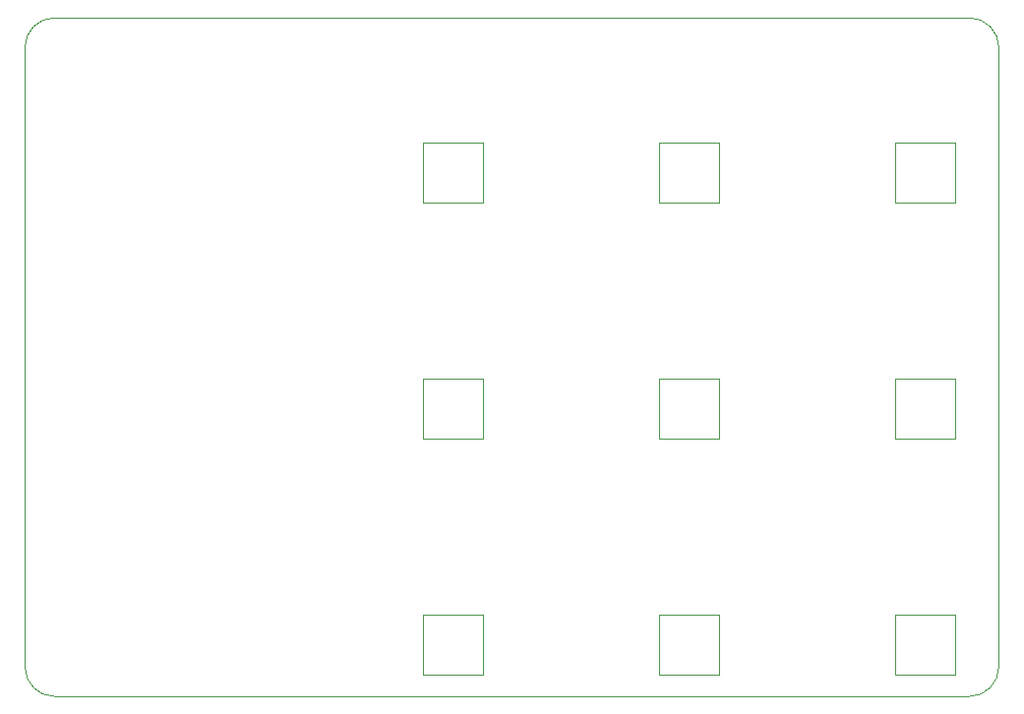
<source format=gbr>
%TF.GenerationSoftware,KiCad,Pcbnew,(6.0.5)*%
%TF.CreationDate,2022-06-04T16:39:11+08:00*%
%TF.ProjectId,keyboard_V3,6b657962-6f61-4726-945f-56332e6b6963,rev?*%
%TF.SameCoordinates,Original*%
%TF.FileFunction,Profile,NP*%
%FSLAX46Y46*%
G04 Gerber Fmt 4.6, Leading zero omitted, Abs format (unit mm)*
G04 Created by KiCad (PCBNEW (6.0.5)) date 2022-06-04 16:39:11*
%MOMM*%
%LPD*%
G01*
G04 APERTURE LIST*
%TA.AperFunction,Profile*%
%ADD10C,0.100000*%
%TD*%
%TA.AperFunction,Profile*%
%ADD11C,0.050000*%
%TD*%
G04 APERTURE END LIST*
D10*
X107950000Y-113030000D02*
G75*
G03*
X110490000Y-110490000I0J2540000D01*
G01*
D11*
X101538462Y-65342253D02*
X106720062Y-65342253D01*
X106720062Y-65342253D02*
X106720062Y-70553853D01*
X106720062Y-70553853D02*
X101538462Y-70553853D01*
X101538462Y-70553853D02*
X101538462Y-65342253D01*
D10*
X29210000Y-113030000D02*
X107950000Y-113030000D01*
D11*
X60909200Y-85674200D02*
X66090800Y-85674200D01*
X66090800Y-85674200D02*
X66090800Y-90855800D01*
X66090800Y-90855800D02*
X60909200Y-90855800D01*
X60909200Y-90855800D02*
X60909200Y-85674200D01*
X60903194Y-65342253D02*
X66084794Y-65342253D01*
X66084794Y-65342253D02*
X66084794Y-70543853D01*
X66084794Y-70543853D02*
X60903194Y-70543853D01*
X60903194Y-70543853D02*
X60903194Y-65342253D01*
X101538462Y-85654200D02*
X106720062Y-85654200D01*
X106720062Y-85654200D02*
X106720062Y-90855800D01*
X106720062Y-90855800D02*
X101538462Y-90855800D01*
X101538462Y-90855800D02*
X101538462Y-85654200D01*
X81220828Y-85654200D02*
X86402428Y-85654200D01*
X86402428Y-85654200D02*
X86402428Y-90855800D01*
X86402428Y-90855800D02*
X81220828Y-90855800D01*
X81220828Y-90855800D02*
X81220828Y-85654200D01*
X81229200Y-65335000D02*
X86410800Y-65335000D01*
X86410800Y-65335000D02*
X86410800Y-70536600D01*
X86410800Y-70536600D02*
X81229200Y-70536600D01*
X81229200Y-70536600D02*
X81229200Y-65335000D01*
D10*
X26670000Y-110490000D02*
X26670000Y-57150000D01*
X110490000Y-110490000D02*
X110490000Y-57150000D01*
X110490000Y-57150000D02*
G75*
G03*
X107950000Y-54610000I-2540000J0D01*
G01*
D11*
X101549200Y-105974200D02*
X106730800Y-105974200D01*
X106730800Y-105974200D02*
X106730800Y-111195800D01*
X106730800Y-111195800D02*
X101549200Y-111195800D01*
X101549200Y-111195800D02*
X101549200Y-105974200D01*
D10*
X107950000Y-54610000D02*
X29210000Y-54610000D01*
D11*
X60909200Y-105984200D02*
X66090800Y-105984200D01*
X66090800Y-105984200D02*
X66090800Y-111175800D01*
X66090800Y-111175800D02*
X60909200Y-111175800D01*
X60909200Y-111175800D02*
X60909200Y-105984200D01*
X26670000Y-110490000D02*
G75*
G03*
X29210000Y-113030000I2540000J0D01*
G01*
X81229200Y-105974200D02*
X86410800Y-105974200D01*
X86410800Y-105974200D02*
X86410800Y-111195800D01*
X86410800Y-111195800D02*
X81229200Y-111195800D01*
X81229200Y-111195800D02*
X81229200Y-105974200D01*
X29210000Y-54610000D02*
G75*
G03*
X26670000Y-57150000I0J-2540000D01*
G01*
M02*

</source>
